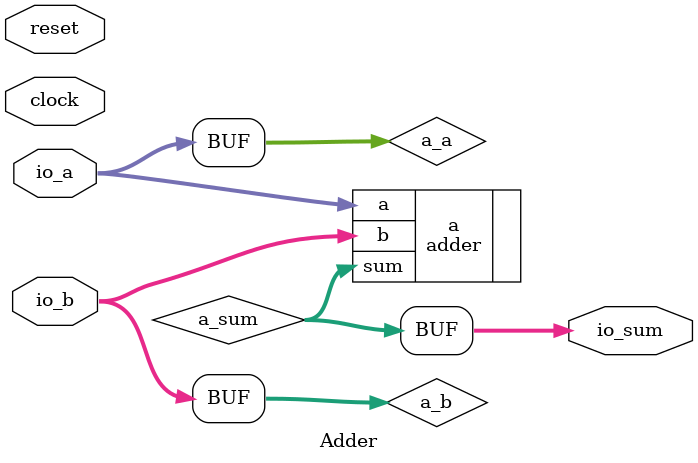
<source format=v>
module Adder(
  input        clock,
  input        reset,
  input  [3:0] io_a,
  input  [3:0] io_b,
  output [3:0] io_sum
);
  wire [3:0] a_a; // @[Adder.scala 21:19]
  wire [3:0] a_b; // @[Adder.scala 21:19]
  wire [3:0] a_sum; // @[Adder.scala 21:19]
  adder a ( // @[Adder.scala 21:19]
    .a(a_a),
    .b(a_b),
    .sum(a_sum)
  );
  assign io_sum = a_sum; // @[Adder.scala 23:10]
  assign a_a = io_a; // @[Adder.scala 23:10]
  assign a_b = io_b; // @[Adder.scala 23:10]
endmodule

</source>
